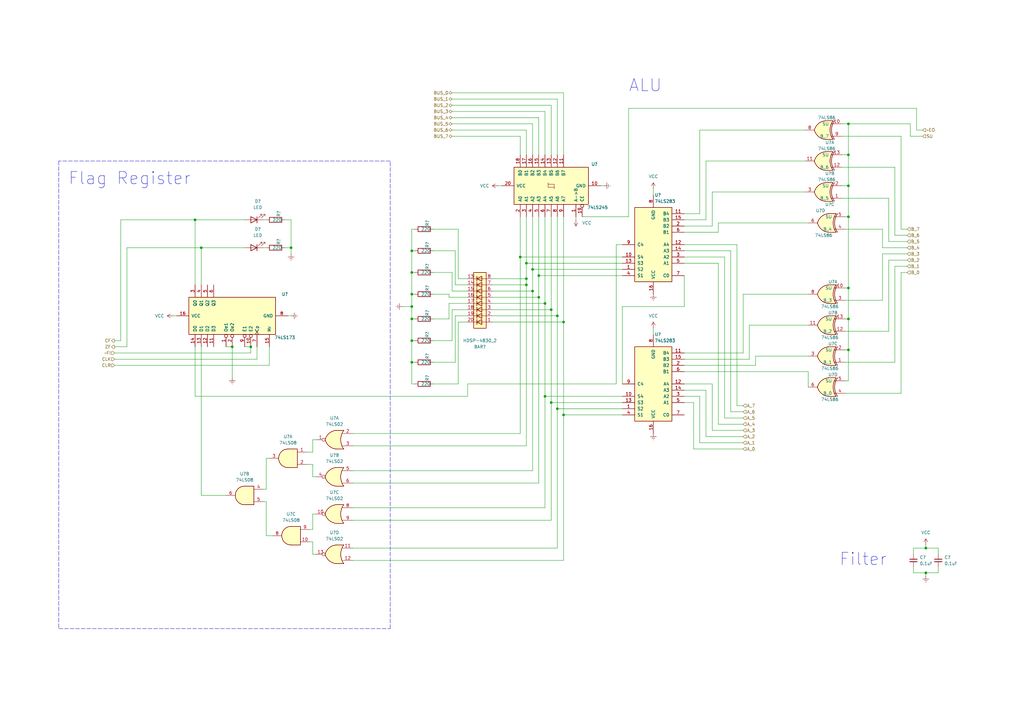
<source format=kicad_sch>
(kicad_sch (version 20211123) (generator eeschema)
  (paper "A3")
  (lib_symbols
    (symbol "74LS86_1" (pin_names (offset 1.016))
      (property "Reference" "U?" (at -2.54 -5.08 0))
      (property "Value" "74LS86" (at -1.27 5.08 0))
      (symbol "74LS86_1_1_0"
        (pin input line (at -7.62 2.54 0) (length 4.445) (name "SU") (number "10"))
        (pin output line (at 7.62 0 180) (length 3.81) (name "~") (number "8"))
        (pin input line (at -7.62 -2.54 0) (length 4.445) (name "B_7") (number "9"))
      )
      (symbol "74LS86_1_2_0"
        (pin input line (at -7.62 2.54 0) (length 4.445) (name "~") (number "4"))
        (pin input line (at -7.62 -2.54 0) (length 4.445) (name "~") (number "5"))
        (pin output line (at 7.62 0 180) (length 3.81) (name "~") (number "6"))
      )
      (symbol "74LS86_1_3_0"
        (pin input line (at -7.62 -2.54 0) (length 4.445) (name "~") (number "10"))
        (pin output line (at 7.62 0 180) (length 3.81) (name "~") (number "8"))
        (pin input line (at -7.62 2.54 0) (length 4.445) (name "~") (number "9"))
      )
      (symbol "74LS86_1_4_0"
        (pin output line (at 7.62 0 180) (length 3.81) (name "~") (number "11"))
        (pin input line (at -7.62 2.54 0) (length 4.445) (name "~") (number "12"))
        (pin input line (at -7.62 -2.54 0) (length 4.445) (name "~") (number "13"))
      )
      (symbol "74LS86_1_5_0"
        (pin power_in line (at 0 12.7 270) (length 5.08) (name "VCC") (number "14"))
        (pin power_in line (at 0 -12.7 90) (length 5.08) (name "GND") (number "7"))
      )
    )
    (symbol "74LS86_2" (pin_names (offset 1.016))
      (property "Reference" "U?" (at -2.54 -5.08 0))
      (property "Value" "74LS86" (at -1.27 5.08 0))
      (symbol "74LS86_2_1_0"
        (pin input line (at -7.62 2.54 0) (length 4.445) (name "~") (number "1"))
        (pin input line (at -7.62 -2.54 0) (length 4.445) (name "~") (number "2"))
        (pin output line (at 7.62 0 180) (length 3.81) (name "~") (number "3"))
      )
      (symbol "74LS86_2_2_0"
        (pin output line (at 7.62 0 180) (length 3.81) (name "~") (number "11"))
        (pin input line (at -7.62 -2.54 0) (length 4.445) (name "B_6") (number "12"))
        (pin input line (at -7.62 2.54 0) (length 4.445) (name "SU") (number "13"))
      )
      (symbol "74LS86_2_3_0"
        (pin input line (at -7.62 -2.54 0) (length 4.445) (name "~") (number "10"))
        (pin output line (at 7.62 0 180) (length 3.81) (name "~") (number "8"))
        (pin input line (at -7.62 2.54 0) (length 4.445) (name "~") (number "9"))
      )
      (symbol "74LS86_2_4_0"
        (pin output line (at 7.62 0 180) (length 3.81) (name "~") (number "11"))
        (pin input line (at -7.62 2.54 0) (length 4.445) (name "~") (number "12"))
        (pin input line (at -7.62 -2.54 0) (length 4.445) (name "~") (number "13"))
      )
      (symbol "74LS86_2_5_0"
        (pin power_in line (at 0 12.7 270) (length 5.08) (name "VCC") (number "14"))
        (pin power_in line (at 0 -12.7 90) (length 5.08) (name "GND") (number "7"))
      )
    )
    (symbol "74LS86_3" (pin_names (offset 1.016))
      (property "Reference" "U?" (at -2.54 -5.08 0))
      (property "Value" "74LS86" (at -1.27 5.08 0))
      (symbol "74LS86_3_1_0"
        (pin input line (at -7.62 2.54 0) (length 4.445) (name "~") (number "1"))
        (pin input line (at -7.62 -2.54 0) (length 4.445) (name "~") (number "2"))
        (pin output line (at 7.62 0 180) (length 3.81) (name "~") (number "3"))
      )
      (symbol "74LS86_3_2_0"
        (pin input line (at -7.62 2.54 0) (length 4.445) (name "~") (number "4"))
        (pin input line (at -7.62 -2.54 0) (length 4.445) (name "~") (number "5"))
        (pin output line (at 7.62 0 180) (length 3.81) (name "~") (number "6"))
      )
      (symbol "74LS86_3_3_0"
        (pin input line (at -7.62 -2.54 0) (length 4.445) (name "B_5") (number "1"))
        (pin input line (at -7.62 2.54 0) (length 4.445) (name "SU") (number "2"))
        (pin output line (at 7.62 0 180) (length 3.81) (name "~") (number "3"))
      )
      (symbol "74LS86_3_4_0"
        (pin output line (at 7.62 0 180) (length 3.81) (name "~") (number "11"))
        (pin input line (at -7.62 2.54 0) (length 4.445) (name "~") (number "12"))
        (pin input line (at -7.62 -2.54 0) (length 4.445) (name "~") (number "13"))
      )
      (symbol "74LS86_3_5_0"
        (pin power_in line (at 0 12.7 270) (length 5.08) (name "VCC") (number "14"))
        (pin power_in line (at 0 -12.7 90) (length 5.08) (name "GND") (number "7"))
      )
    )
    (symbol "74LS86_4" (pin_names (offset 1.016))
      (property "Reference" "U?" (at 2.54 5.08 0))
      (property "Value" "74LS86" (at 1.27 -5.08 0))
      (symbol "74LS86_4_1_0"
        (pin input line (at -7.62 2.54 0) (length 4.445) (name "~") (number "1"))
        (pin input line (at -7.62 -2.54 0) (length 4.445) (name "~") (number "2"))
        (pin output line (at 7.62 0 180) (length 3.81) (name "~") (number "3"))
      )
      (symbol "74LS86_4_2_0"
        (pin input line (at -7.62 2.54 0) (length 4.445) (name "~") (number "4"))
        (pin input line (at -7.62 -2.54 0) (length 4.445) (name "~") (number "5"))
        (pin output line (at 7.62 0 180) (length 3.81) (name "~") (number "6"))
      )
      (symbol "74LS86_4_3_0"
        (pin input line (at -7.62 -2.54 0) (length 4.445) (name "~") (number "10"))
        (pin output line (at 7.62 0 180) (length 3.81) (name "~") (number "8"))
        (pin input line (at -7.62 2.54 0) (length 4.445) (name "~") (number "9"))
      )
      (symbol "74LS86_4_4_0"
        (pin input line (at -7.62 -2.54 0) (length 4.445) (name "B_4") (number "4"))
        (pin input line (at -7.62 2.54 0) (length 4.445) (name "SU") (number "5"))
        (pin output line (at 7.62 0 180) (length 3.81) (name "~") (number "6"))
      )
      (symbol "74LS86_4_5_0"
        (pin power_in line (at 0 12.7 270) (length 5.08) (name "VCC") (number "14"))
        (pin power_in line (at 0 -12.7 90) (length 5.08) (name "GND") (number "7"))
      )
    )
    (symbol "74LS86_5" (pin_names (offset 1.016))
      (property "Reference" "U?" (at -2.54 5.08 0))
      (property "Value" "74LS86" (at -1.27 -5.08 0))
      (symbol "74LS86_5_1_0"
        (pin input line (at -7.62 2.54 0) (length 4.445) (name "SU") (number "10"))
        (pin input line (at -7.62 -2.54 0) (length 4.445) (name "B_3") (number "3"))
        (pin output line (at 7.62 0 180) (length 3.81) (name "~") (number "8"))
      )
      (symbol "74LS86_5_2_0"
        (pin input line (at -7.62 2.54 0) (length 4.445) (name "~") (number "4"))
        (pin input line (at -7.62 -2.54 0) (length 4.445) (name "~") (number "5"))
        (pin output line (at 7.62 0 180) (length 3.81) (name "~") (number "6"))
      )
      (symbol "74LS86_5_3_0"
        (pin input line (at -7.62 -2.54 0) (length 4.445) (name "~") (number "10"))
        (pin output line (at 7.62 0 180) (length 3.81) (name "~") (number "8"))
        (pin input line (at -7.62 2.54 0) (length 4.445) (name "~") (number "9"))
      )
      (symbol "74LS86_5_4_0"
        (pin output line (at 7.62 0 180) (length 3.81) (name "~") (number "11"))
        (pin input line (at -7.62 2.54 0) (length 4.445) (name "~") (number "12"))
        (pin input line (at -7.62 -2.54 0) (length 4.445) (name "~") (number "13"))
      )
      (symbol "74LS86_5_5_0"
        (pin power_in line (at 0 12.7 270) (length 5.08) (name "VCC") (number "14"))
        (pin power_in line (at 0 -12.7 90) (length 5.08) (name "GND") (number "7"))
      )
    )
    (symbol "74LS86_6" (pin_names (offset 1.016))
      (property "Reference" "U?" (at -2.54 5.08 0))
      (property "Value" "74LS86" (at -1.27 -5.08 0))
      (symbol "74LS86_6_1_0"
        (pin input line (at -7.62 2.54 0) (length 4.445) (name "~") (number "1"))
        (pin input line (at -7.62 -2.54 0) (length 4.445) (name "~") (number "2"))
        (pin output line (at 7.62 0 180) (length 3.81) (name "~") (number "3"))
      )
      (symbol "74LS86_6_2_0"
        (pin output line (at 7.62 0 180) (length 3.81) (name "~") (number "11"))
        (pin input line (at -7.62 -2.54 0) (length 4.445) (name "B_2") (number "12"))
        (pin input line (at -7.62 2.54 0) (length 4.445) (name "SU") (number "13"))
      )
      (symbol "74LS86_6_3_0"
        (pin input line (at -7.62 -2.54 0) (length 4.445) (name "~") (number "10"))
        (pin output line (at 7.62 0 180) (length 3.81) (name "~") (number "8"))
        (pin input line (at -7.62 2.54 0) (length 4.445) (name "~") (number "9"))
      )
      (symbol "74LS86_6_4_0"
        (pin output line (at 7.62 0 180) (length 3.81) (name "~") (number "11"))
        (pin input line (at -7.62 2.54 0) (length 4.445) (name "~") (number "12"))
        (pin input line (at -7.62 -2.54 0) (length 4.445) (name "~") (number "13"))
      )
      (symbol "74LS86_6_5_0"
        (pin power_in line (at 0 12.7 270) (length 5.08) (name "VCC") (number "14"))
        (pin power_in line (at 0 -12.7 90) (length 5.08) (name "GND") (number "7"))
      )
    )
    (symbol "74LS86_7" (pin_names (offset 1.016))
      (property "Reference" "U?" (at -2.54 5.08 0))
      (property "Value" "74LS86" (at -1.27 -5.08 0))
      (symbol "74LS86_7_1_0"
        (pin input line (at -7.62 2.54 0) (length 4.445) (name "~") (number "1"))
        (pin input line (at -7.62 -2.54 0) (length 4.445) (name "~") (number "2"))
        (pin output line (at 7.62 0 180) (length 3.81) (name "~") (number "3"))
      )
      (symbol "74LS86_7_2_0"
        (pin input line (at -7.62 2.54 0) (length 4.445) (name "~") (number "4"))
        (pin input line (at -7.62 -2.54 0) (length 4.445) (name "~") (number "5"))
        (pin output line (at 7.62 0 180) (length 3.81) (name "~") (number "6"))
      )
      (symbol "74LS86_7_3_0"
        (pin input line (at -7.62 -2.54 0) (length 4.445) (name "B_1") (number "1"))
        (pin input line (at -7.62 2.54 0) (length 4.445) (name "SU") (number "2"))
        (pin output line (at 7.62 0 180) (length 3.81) (name "~") (number "3"))
      )
      (symbol "74LS86_7_4_0"
        (pin output line (at 7.62 0 180) (length 3.81) (name "~") (number "11"))
        (pin input line (at -7.62 2.54 0) (length 4.445) (name "~") (number "12"))
        (pin input line (at -7.62 -2.54 0) (length 4.445) (name "~") (number "13"))
      )
      (symbol "74LS86_7_5_0"
        (pin power_in line (at 0 12.7 270) (length 5.08) (name "VCC") (number "14"))
        (pin power_in line (at 0 -12.7 90) (length 5.08) (name "GND") (number "7"))
      )
    )
    (symbol "74LS86_8" (pin_names (offset 1.016))
      (property "Reference" "U?" (at -2.54 5.08 0))
      (property "Value" "74LS86" (at -1.27 -5.08 0))
      (symbol "74LS86_8_1_0"
        (pin input line (at -7.62 2.54 0) (length 4.445) (name "~") (number "1"))
        (pin input line (at -7.62 -2.54 0) (length 4.445) (name "~") (number "2"))
        (pin output line (at 7.62 0 180) (length 3.81) (name "~") (number "3"))
      )
      (symbol "74LS86_8_2_0"
        (pin input line (at -7.62 2.54 0) (length 4.445) (name "~") (number "4"))
        (pin input line (at -7.62 -2.54 0) (length 4.445) (name "~") (number "5"))
        (pin output line (at 7.62 0 180) (length 3.81) (name "~") (number "6"))
      )
      (symbol "74LS86_8_3_0"
        (pin input line (at -7.62 -2.54 0) (length 4.445) (name "~") (number "10"))
        (pin output line (at 7.62 0 180) (length 3.81) (name "~") (number "8"))
        (pin input line (at -7.62 2.54 0) (length 4.445) (name "~") (number "9"))
      )
      (symbol "74LS86_8_4_0"
        (pin input line (at -7.62 -2.54 0) (length 4.445) (name "B_0") (number "4"))
        (pin input line (at -7.62 2.54 0) (length 4.445) (name "SU") (number "5"))
        (pin output line (at 7.62 0 180) (length 3.81) (name "~") (number "6"))
      )
      (symbol "74LS86_8_5_0"
        (pin power_in line (at 0 12.7 270) (length 5.08) (name "VCC") (number "14"))
        (pin power_in line (at 0 -12.7 90) (length 5.08) (name "GND") (number "7"))
      )
    )
    (symbol "74xx:74LS02" (pin_names (offset 1.016))
      (property "Reference" "U" (at 0 1.27 0))
      (property "Value" "74LS02" (at 0 -1.27 0))
      (symbol "74LS02_1_1"
        (pin output inverted (at 7.62 0 180) (length 3.81) (name "~") (number "1"))
        (pin input line (at -7.62 2.54 0) (length 4.318) (name "~") (number "2"))
        (pin input line (at -7.62 -2.54 0) (length 4.318) (name "~") (number "3"))
      )
      (symbol "74LS02_1_2"
        (pin output line (at 7.62 0 180) (length 3.81) (name "~") (number "1"))
        (pin input inverted (at -7.62 2.54 0) (length 3.81) (name "~") (number "2"))
        (pin input inverted (at -7.62 -2.54 0) (length 3.81) (name "~") (number "3"))
      )
      (symbol "74LS02_2_1"
        (pin output inverted (at 7.62 0 180) (length 3.81) (name "~") (number "4"))
        (pin input line (at -7.62 2.54 0) (length 4.318) (name "~") (number "5"))
        (pin input line (at -7.62 -2.54 0) (length 4.318) (name "~") (number "6"))
      )
      (symbol "74LS02_2_2"
        (pin output line (at 7.62 0 180) (length 3.81) (name "~") (number "4"))
        (pin input inverted (at -7.62 2.54 0) (length 3.81) (name "~") (number "5"))
        (pin input inverted (at -7.62 -2.54 0) (length 3.81) (name "~") (number "6"))
      )
      (symbol "74LS02_3_1"
        (pin output inverted (at 7.62 0 180) (length 3.81) (name "~") (number "10"))
        (pin input line (at -7.62 2.54 0) (length 4.318) (name "~") (number "8"))
        (pin input line (at -7.62 -2.54 0) (length 4.318) (name "~") (number "9"))
      )
      (symbol "74LS02_3_2"
        (pin output line (at 7.62 0 180) (length 3.81) (name "~") (number "10"))
        (pin input inverted (at -7.62 2.54 0) (length 3.81) (name "~") (number "8"))
        (pin input inverted (at -7.62 -2.54 0) (length 3.81) (name "~") (number "9"))
      )
      (symbol "74LS02_4_1"
        (pin input line (at -7.62 2.54 0) (length 4.318) (name "~") (number "11"))
        (pin input line (at -7.62 -2.54 0) (length 4.318) (name "~") (number "12"))
        (pin output inverted (at 7.62 0 180) (length 3.81) (name "~") (number "13"))
      )
      (symbol "74LS02_4_2"
        (pin input inverted (at -7.62 2.54 0) (length 3.81) (name "~") (number "11"))
        (pin input inverted (at -7.62 -2.54 0) (length 3.81) (name "~") (number "12"))
        (pin output line (at 7.62 0 180) (length 3.81) (name "~") (number "13"))
      )
      (symbol "74LS02_5_0"
        (pin power_in line (at 0 12.7 270) (length 5.08) (name "VCC") (number "14"))
        (pin power_in line (at 0 -12.7 90) (length 5.08) (name "GND") (number "7"))
      )
    )
    (symbol "74xx:74LS08" (pin_names (offset 1.016))
      (property "Reference" "U" (at 0 1.27 0))
      (property "Value" "74LS08" (at 0 -1.27 0))
      (symbol "74LS08_1_1"
        (pin input line (at -7.62 2.54 0) (length 3.81) (name "~") (number "1"))
        (pin input line (at -7.62 -2.54 0) (length 3.81) (name "~") (number "2"))
        (pin output line (at 7.62 0 180) (length 3.81) (name "~") (number "3"))
      )
      (symbol "74LS08_1_2"
        (pin input inverted (at -7.62 2.54 0) (length 4.318) (name "~") (number "1"))
        (pin input inverted (at -7.62 -2.54 0) (length 4.318) (name "~") (number "2"))
        (pin output inverted (at 7.62 0 180) (length 3.81) (name "~") (number "3"))
      )
      (symbol "74LS08_2_1"
        (pin input line (at -7.62 2.54 0) (length 3.81) (name "~") (number "4"))
        (pin input line (at -7.62 -2.54 0) (length 3.81) (name "~") (number "5"))
        (pin output line (at 7.62 0 180) (length 3.81) (name "~") (number "6"))
      )
      (symbol "74LS08_2_2"
        (pin input inverted (at -7.62 2.54 0) (length 4.318) (name "~") (number "4"))
        (pin input inverted (at -7.62 -2.54 0) (length 4.318) (name "~") (number "5"))
        (pin output inverted (at 7.62 0 180) (length 3.81) (name "~") (number "6"))
      )
      (symbol "74LS08_3_1"
        (pin input line (at -7.62 -2.54 0) (length 3.81) (name "~") (number "10"))
        (pin output line (at 7.62 0 180) (length 3.81) (name "~") (number "8"))
        (pin input line (at -7.62 2.54 0) (length 3.81) (name "~") (number "9"))
      )
      (symbol "74LS08_3_2"
        (pin input inverted (at -7.62 -2.54 0) (length 4.318) (name "~") (number "10"))
        (pin output inverted (at 7.62 0 180) (length 3.81) (name "~") (number "8"))
        (pin input inverted (at -7.62 2.54 0) (length 4.318) (name "~") (number "9"))
      )
      (symbol "74LS08_4_1"
        (pin output line (at 7.62 0 180) (length 3.81) (name "~") (number "11"))
        (pin input line (at -7.62 2.54 0) (length 3.81) (name "~") (number "12"))
        (pin input line (at -7.62 -2.54 0) (length 3.81) (name "~") (number "13"))
      )
      (symbol "74LS08_4_2"
        (pin output inverted (at 7.62 0 180) (length 3.81) (name "~") (number "11"))
        (pin input inverted (at -7.62 2.54 0) (length 4.318) (name "~") (number "12"))
        (pin input inverted (at -7.62 -2.54 0) (length 4.318) (name "~") (number "13"))
      )
      (symbol "74LS08_5_0"
        (pin power_in line (at 0 12.7 270) (length 5.08) (name "VCC") (number "14"))
        (pin power_in line (at 0 -12.7 90) (length 5.08) (name "GND") (number "7"))
      )
    )
    (symbol "74xx:74LS173" (pin_names (offset 1.016))
      (property "Reference" "U" (at -7.62 19.05 0))
      (property "Value" "74LS173" (at -7.62 -19.05 0))
      (symbol "74LS173_1_0"
        (pin input inverted (at -12.7 2.54 0) (length 5.08) (name "Oe1") (number "1"))
        (pin input inverted (at -12.7 -7.62 0) (length 5.08) (name "E2") (number "10"))
        (pin input line (at -12.7 7.62 0) (length 5.08) (name "D3") (number "11"))
        (pin input line (at -12.7 10.16 0) (length 5.08) (name "D2") (number "12"))
        (pin input line (at -12.7 12.7 0) (length 5.08) (name "D1") (number "13"))
        (pin input line (at -12.7 15.24 0) (length 5.08) (name "D0") (number "14"))
        (pin input line (at -12.7 -15.24 0) (length 5.08) (name "Mr") (number "15"))
        (pin power_in line (at 0 22.86 270) (length 5.08) (name "VCC") (number "16"))
        (pin input inverted (at -12.7 0 0) (length 5.08) (name "Oe2") (number "2"))
        (pin tri_state line (at 12.7 15.24 180) (length 5.08) (name "Q0") (number "3"))
        (pin tri_state line (at 12.7 12.7 180) (length 5.08) (name "Q1") (number "4"))
        (pin tri_state line (at 12.7 10.16 180) (length 5.08) (name "Q2") (number "5"))
        (pin tri_state line (at 12.7 7.62 180) (length 5.08) (name "Q3") (number "6"))
        (pin input clock (at -12.7 -10.16 0) (length 5.08) (name "Cp") (number "7"))
        (pin power_in line (at 0 -22.86 90) (length 5.08) (name "GND") (number "8"))
        (pin input inverted (at -12.7 -5.08 0) (length 5.08) (name "E1") (number "9"))
      )
    )
    (symbol "74xx:74LS245" (pin_names (offset 1.016))
      (property "Reference" "U" (at -7.62 16.51 0))
      (property "Value" "74LS245" (at -7.62 -16.51 0))
      (symbol "74LS245_1_0"
        (pin input line (at -12.7 -10.16 0) (length 5.08) (name "A->B") (number "1"))
        (pin power_in line (at 0 -20.32 90) (length 5.08) (name "GND") (number "10"))
        (pin tri_state line (at 12.7 -5.08 180) (length 5.08) (name "B7") (number "11"))
        (pin tri_state line (at 12.7 -2.54 180) (length 5.08) (name "B6") (number "12"))
        (pin tri_state line (at 12.7 0 180) (length 5.08) (name "B5") (number "13"))
        (pin tri_state line (at 12.7 2.54 180) (length 5.08) (name "B4") (number "14"))
        (pin tri_state line (at 12.7 5.08 180) (length 5.08) (name "B3") (number "15"))
        (pin tri_state line (at 12.7 7.62 180) (length 5.08) (name "B2") (number "16"))
        (pin tri_state line (at 12.7 10.16 180) (length 5.08) (name "B1") (number "17"))
        (pin tri_state line (at 12.7 12.7 180) (length 5.08) (name "B0") (number "18"))
        (pin input inverted (at -12.7 -12.7 0) (length 5.08) (name "CE") (number "19"))
        (pin tri_state line (at -12.7 12.7 0) (length 5.08) (name "A0") (number "2"))
        (pin power_in line (at 0 20.32 270) (length 5.08) (name "VCC") (number "20"))
        (pin tri_state line (at -12.7 10.16 0) (length 5.08) (name "A1") (number "3"))
        (pin tri_state line (at -12.7 7.62 0) (length 5.08) (name "A2") (number "4"))
        (pin tri_state line (at -12.7 5.08 0) (length 5.08) (name "A3") (number "5"))
        (pin tri_state line (at -12.7 2.54 0) (length 5.08) (name "A4") (number "6"))
        (pin tri_state line (at -12.7 0 0) (length 5.08) (name "A5") (number "7"))
        (pin tri_state line (at -12.7 -2.54 0) (length 5.08) (name "A6") (number "8"))
        (pin tri_state line (at -12.7 -5.08 0) (length 5.08) (name "A7") (number "9"))
      )
    )
    (symbol "74xx:74LS283" (pin_names (offset 1.016))
      (property "Reference" "U" (at -7.62 16.51 0))
      (property "Value" "74LS283" (at -7.62 -16.51 0))
      (symbol "74LS283_1_0"
        (pin output line (at 12.7 10.16 180) (length 5.08) (name "S2") (number "1"))
        (pin output line (at 12.7 5.08 180) (length 5.08) (name "S4") (number "10"))
        (pin input line (at -12.7 -12.7 0) (length 5.08) (name "B4") (number "11"))
        (pin input line (at -12.7 0 0) (length 5.08) (name "A4") (number "12"))
        (pin output line (at 12.7 7.62 180) (length 5.08) (name "S3") (number "13"))
        (pin input line (at -12.7 2.54 0) (length 5.08) (name "A3") (number "14"))
        (pin input line (at -12.7 -10.16 0) (length 5.08) (name "B3") (number "15"))
        (pin power_in line (at 0 20.32 270) (length 5.08) (name "VCC") (number "16"))
        (pin input line (at -12.7 -7.62 0) (length 5.08) (name "B2") (number "2"))
        (pin input line (at -12.7 5.08 0) (length 5.08) (name "A2") (number "3"))
        (pin output line (at 12.7 12.7 180) (length 5.08) (name "S1") (number "4"))
        (pin input line (at -12.7 7.62 0) (length 5.08) (name "A1") (number "5"))
        (pin input line (at -12.7 -5.08 0) (length 5.08) (name "B1") (number "6"))
        (pin input line (at -12.7 12.7 0) (length 5.08) (name "C0") (number "7"))
        (pin power_in line (at 0 -20.32 90) (length 5.08) (name "GND") (number "8"))
        (pin output line (at 12.7 0 180) (length 5.08) (name "C4") (number "9"))
      )
    )
    (symbol "Device:C_Small" (pin_numbers hide) (pin_names (offset 0.254) hide)
      (property "Reference" "C" (at 0.254 1.778 0))
      (property "Value" "C_Small" (at 0.254 -2.032 0))
      (symbol "C_Small_1_1"
        (pin passive line (at 0 2.54 270) (length 2.032) (name "~") (number "1"))
        (pin passive line (at 0 -2.54 90) (length 2.032) (name "~") (number "2"))
      )
    )
    (symbol "Device:LED" (pin_numbers hide) (pin_names (offset 1.016) hide)
      (property "Reference" "D" (at 0 2.54 0))
      (property "Value" "LED" (at 0 -2.54 0))
      (symbol "LED_1_1"
        (pin passive line (at -3.81 0 0) (length 2.54) (name "K") (number "1"))
        (pin passive line (at 3.81 0 180) (length 2.54) (name "A") (number "2"))
      )
    )
    (symbol "Device:R" (pin_numbers hide) (pin_names (offset 0))
      (property "Reference" "R" (at 2.032 0 90))
      (property "Value" "R" (at 0 0 90))
      (symbol "R_1_1"
        (pin passive line (at 0 3.81 270) (length 1.27) (name "~") (number "1"))
        (pin passive line (at 0 -3.81 90) (length 1.27) (name "~") (number "2"))
      )
    )
    (symbol "Earth_1" (power) (pin_names (offset 0))
      (symbol "Earth_1_1_1"
        (pin power_in line (at 0 0 270) (length 0) hide (name "Earth") (number "1"))
      )
    )
    (symbol "LED:HDSP-4830_2" (pin_names (offset 1.016) hide)
      (property "Reference" "BAR?" (at 0 20.32 0))
      (property "Value" "HDSP-4830_2" (at 0 17.78 0))
      (symbol "HDSP-4830_2_1_1"
        (pin passive line (at -5.08 10.16 0) (length 2.54) (name "A") (number "1"))
        (pin passive line (at 5.08 -7.62 180) (length 2.54) (name "K") (number "13"))
        (pin passive line (at 5.08 -5.08 180) (length 2.54) (name "K") (number "14"))
        (pin passive line (at 5.08 -2.54 180) (length 2.54) (name "K") (number "15"))
        (pin passive line (at 5.08 0 180) (length 2.54) (name "K") (number "16"))
        (pin passive line (at 5.08 2.54 180) (length 2.54) (name "K") (number "17"))
        (pin passive line (at 5.08 5.08 180) (length 2.54) (name "K") (number "18"))
        (pin passive line (at 5.08 7.62 180) (length 2.54) (name "K") (number "19"))
        (pin passive line (at -5.08 7.62 0) (length 2.54) (name "A") (number "2"))
        (pin passive line (at 5.08 10.16 180) (length 2.54) (name "K") (number "20"))
        (pin passive line (at -5.08 5.08 0) (length 2.54) (name "A") (number "3"))
        (pin passive line (at -5.08 2.54 0) (length 2.54) (name "A") (number "4"))
        (pin passive line (at -5.08 0 0) (length 2.54) (name "A") (number "5"))
        (pin passive line (at -5.08 -2.54 0) (length 2.54) (name "A") (number "6"))
        (pin passive line (at -5.08 -5.08 0) (length 2.54) (name "A") (number "7"))
        (pin passive line (at -5.08 -7.62 0) (length 2.54) (name "A") (number "8"))
      )
    )
    (symbol "power:Earth" (power) (pin_names (offset 0))
      (symbol "Earth_1_1"
        (pin power_in line (at 0 0 270) (length 0) hide (name "Earth") (number "1"))
      )
    )
    (symbol "power:VCC" (power) (pin_names (offset 0))
      (property "Value" "VCC" (at 0 3.81 0))
      (symbol "VCC_1_1"
        (pin power_in line (at 0 0 90) (length 0) hide (name "VCC") (number "1"))
      )
    )
  )
  (junction (at 223.52 162.56))
  (junction (at 95.25 142.24))
  (junction (at 80.01 90.17))
  (junction (at 220.98 113.03))
  (junction (at 82.55 101.6))
  (junction (at 218.44 119.38))
  (junction (at 379.73 224.79))
  (junction (at 226.06 165.1))
  (junction (at 215.9 116.84))
  (junction (at 168.91 130.81))
  (junction (at 168.91 120.65))
  (junction (at 223.52 124.46))
  (junction (at 218.44 110.49))
  (junction (at 228.6 167.64))
  (junction (at 347.98 118.11))
  (junction (at 231.14 170.18))
  (junction (at 102.87 142.24))
  (junction (at 168.91 125.73))
  (junction (at 379.73 234.95))
  (junction (at 119.38 101.6))
  (junction (at 347.98 76.2))
  (junction (at 168.91 102.87))
  (junction (at 347.98 88.9))
  (junction (at 168.91 148.59))
  (junction (at 215.9 107.95))
  (junction (at 168.91 111.76))
  (junction (at 347.98 50.8))
  (junction (at 347.98 143.51))
  (junction (at 215.9 114.3))
  (junction (at 347.98 130.81))
  (junction (at 220.98 121.92))
  (junction (at 228.6 129.54))
  (junction (at 168.91 139.7))
  (junction (at 226.06 127))
  (junction (at 213.36 105.41))
  (junction (at 347.98 63.5))
  (junction (at 231.14 132.08))
  (wire (pts (xy 384.81 224.79) (xy 379.73 224.79)))
  (wire (pts (xy 168.91 139.7) (xy 170.18 139.7)))
  (wire (pts (xy 95.25 142.24) (xy 95.25 154.94)))
  (wire (pts (xy 289.56 90.17) (xy 280.67 90.17)))
  (wire (pts (xy 364.49 99.06) (xy 372.11 99.06)))
  (wire (pts (xy 144.78 177.8) (xy 213.36 177.8)))
  (wire (pts (xy 345.44 63.5) (xy 347.98 63.5)))
  (wire (pts (xy 292.1 176.53) (xy 304.8 176.53)))
  (wire (pts (xy 255.27 105.41) (xy 213.36 105.41)))
  (wire (pts (xy 170.18 157.48) (xy 168.91 157.48)))
  (wire (pts (xy 201.93 114.3) (xy 215.9 114.3)))
  (wire (pts (xy 347.98 118.11) (xy 347.98 130.81)))
  (wire (pts (xy 116.84 90.17) (xy 119.38 90.17)))
  (wire (pts (xy 297.18 171.45) (xy 297.18 105.41)))
  (wire (pts (xy 71.12 129.54) (xy 72.39 129.54)))
  (wire (pts (xy 223.52 162.56) (xy 223.52 208.28)))
  (wire (pts (xy 186.69 129.54) (xy 191.77 129.54)))
  (wire (pts (xy 168.91 130.81) (xy 168.91 125.73)))
  (wire (pts (xy 128.27 222.25) (xy 128.27 227.33)))
  (wire (pts (xy 223.52 88.9) (xy 223.52 124.46)))
  (wire (pts (xy 369.57 111.76) (xy 372.11 111.76)))
  (wire (pts (xy 236.22 88.9) (xy 236.22 90.17)))
  (wire (pts (xy 330.2 53.34) (xy 287.02 53.34)))
  (wire (pts (xy 168.91 102.87) (xy 170.18 102.87)))
  (wire (pts (xy 82.55 101.6) (xy 100.33 101.6)))
  (wire (pts (xy 220.98 121.92) (xy 220.98 198.12)))
  (wire (pts (xy 369.57 161.29) (xy 369.57 111.76)))
  (wire (pts (xy 292.1 78.74) (xy 292.1 92.71)))
  (wire (pts (xy 213.36 88.9) (xy 213.36 105.41)))
  (wire (pts (xy 218.44 50.8) (xy 185.42 50.8)))
  (wire (pts (xy 111.76 219.71) (xy 109.22 219.71)))
  (wire (pts (xy 168.91 111.76) (xy 170.18 111.76)))
  (wire (pts (xy 215.9 88.9) (xy 215.9 107.95)))
  (wire (pts (xy 309.88 149.86) (xy 280.67 149.86)))
  (wire (pts (xy 246.38 76.2) (xy 247.65 76.2)))
  (wire (pts (xy 107.95 90.17) (xy 109.22 90.17)))
  (wire (pts (xy 252.73 157.48) (xy 191.77 157.48)))
  (wire (pts (xy 228.6 167.64) (xy 255.27 167.64)))
  (wire (pts (xy 292.1 176.53) (xy 292.1 157.48)))
  (wire (pts (xy 231.14 63.5) (xy 231.14 38.1)))
  (wire (pts (xy 287.02 181.61) (xy 304.8 181.61)))
  (wire (pts (xy 302.26 166.37) (xy 304.8 166.37)))
  (wire (pts (xy 215.9 107.95) (xy 215.9 114.3)))
  (wire (pts (xy 168.91 111.76) (xy 168.91 102.87)))
  (wire (pts (xy 191.77 121.92) (xy 184.15 121.92)))
  (wire (pts (xy 292.1 92.71) (xy 280.67 92.71)))
  (wire (pts (xy 215.9 107.95) (xy 255.27 107.95)))
  (wire (pts (xy 191.77 116.84) (xy 186.69 116.84)))
  (wire (pts (xy 294.64 173.99) (xy 294.64 107.95)))
  (wire (pts (xy 373.38 55.88) (xy 378.46 55.88)))
  (wire (pts (xy 267.97 77.47) (xy 267.97 80.01)))
  (wire (pts (xy 345.44 81.28) (xy 364.49 81.28)))
  (wire (pts (xy 228.6 167.64) (xy 228.6 129.54)))
  (wire (pts (xy 346.71 123.19) (xy 361.95 123.19)))
  (wire (pts (xy 191.77 119.38) (xy 185.42 119.38)))
  (wire (pts (xy 231.14 132.08) (xy 231.14 170.18)))
  (wire (pts (xy 226.06 43.18) (xy 185.42 43.18)))
  (wire (pts (xy 347.98 50.8) (xy 373.38 50.8)))
  (wire (pts (xy 213.36 55.88) (xy 185.42 55.88)))
  (wire (pts (xy 201.93 132.08) (xy 231.14 132.08)))
  (wire (pts (xy 201.93 129.54) (xy 228.6 129.54)))
  (wire (pts (xy 218.44 88.9) (xy 218.44 110.49)))
  (wire (pts (xy 361.95 93.98) (xy 361.95 101.6)))
  (wire (pts (xy 223.52 45.72) (xy 185.42 45.72)))
  (wire (pts (xy 361.95 104.14) (xy 372.11 104.14)))
  (wire (pts (xy 49.53 139.7) (xy 49.53 90.17)))
  (wire (pts (xy 294.64 95.25) (xy 280.67 95.25)))
  (wire (pts (xy 257.81 44.45) (xy 375.92 44.45)))
  (wire (pts (xy 125.73 185.42) (xy 128.27 185.42)))
  (wire (pts (xy 331.47 152.4) (xy 280.67 152.4)))
  (wire (pts (xy 379.73 223.52) (xy 379.73 224.79)))
  (wire (pts (xy 80.01 162.56) (xy 191.77 162.56)))
  (wire (pts (xy 80.01 90.17) (xy 80.01 116.84)))
  (wire (pts (xy 204.47 76.2) (xy 205.74 76.2)))
  (wire (pts (xy 128.27 227.33) (xy 129.54 227.33)))
  (wire (pts (xy 331.47 91.44) (xy 294.64 91.44)))
  (wire (pts (xy 109.22 219.71) (xy 109.22 205.74)))
  (wire (pts (xy 223.52 63.5) (xy 223.52 45.72)))
  (wire (pts (xy 287.02 87.63) (xy 280.67 87.63)))
  (wire (pts (xy 168.91 148.59) (xy 170.18 148.59)))
  (wire (pts (xy 367.03 109.22) (xy 372.11 109.22)))
  (wire (pts (xy 128.27 185.42) (xy 128.27 180.34)))
  (wire (pts (xy 82.55 203.2) (xy 92.71 203.2)))
  (wire (pts (xy 107.95 200.66) (xy 109.22 200.66)))
  (wire (pts (xy 375.92 53.34) (xy 378.46 53.34)))
  (wire (pts (xy 364.49 106.68) (xy 372.11 106.68)))
  (wire (pts (xy 347.98 76.2) (xy 347.98 88.9)))
  (wire (pts (xy 144.78 229.87) (xy 231.14 229.87)))
  (wire (pts (xy 302.26 100.33) (xy 280.67 100.33)))
  (wire (pts (xy 228.6 63.5) (xy 228.6 40.64)))
  (wire (pts (xy 346.71 156.21) (xy 347.98 156.21)))
  (wire (pts (xy 384.81 227.33) (xy 384.81 224.79)))
  (wire (pts (xy 346.71 143.51) (xy 347.98 143.51)))
  (wire (pts (xy 177.8 139.7) (xy 185.42 139.7)))
  (wire (pts (xy 289.56 66.04) (xy 289.56 90.17)))
  (wire (pts (xy 116.84 101.6) (xy 119.38 101.6)))
  (wire (pts (xy 379.73 234.95) (xy 379.73 236.22)))
  (wire (pts (xy 374.65 234.95) (xy 379.73 234.95)))
  (wire (pts (xy 255.27 170.18) (xy 231.14 170.18)))
  (wire (pts (xy 231.14 88.9) (xy 231.14 132.08)))
  (wire (pts (xy 294.64 91.44) (xy 294.64 95.25)))
  (wire (pts (xy 331.47 120.65) (xy 304.8 120.65)))
  (wire (pts (xy 187.96 114.3) (xy 187.96 93.98)))
  (wire (pts (xy 294.64 173.99) (xy 304.8 173.99)))
  (wire (pts (xy 304.8 120.65) (xy 304.8 144.78)))
  (wire (pts (xy 226.06 63.5) (xy 226.06 43.18)))
  (wire (pts (xy 49.53 90.17) (xy 80.01 90.17)))
  (wire (pts (xy 346.71 130.81) (xy 347.98 130.81)))
  (wire (pts (xy 168.91 125.73) (xy 165.1 125.73)))
  (wire (pts (xy 347.98 88.9) (xy 347.98 118.11)))
  (wire (pts (xy 184.15 124.46) (xy 184.15 130.81)))
  (wire (pts (xy 185.42 139.7) (xy 185.42 127)))
  (polyline (pts (xy 160.02 257.81) (xy 160.02 66.04)))
  (wire (pts (xy 289.56 179.07) (xy 304.8 179.07)))
  (wire (pts (xy 379.73 224.79) (xy 374.65 224.79)))
  (wire (pts (xy 257.81 88.9) (xy 257.81 44.45)))
  (wire (pts (xy 107.95 101.6) (xy 109.22 101.6)))
  (wire (pts (xy 184.15 121.92) (xy 184.15 120.65)))
  (wire (pts (xy 128.27 195.58) (xy 129.54 195.58)))
  (wire (pts (xy 82.55 142.24) (xy 82.55 203.2)))
  (polyline (pts (xy 160.02 66.04) (xy 24.13 66.04)))
  (wire (pts (xy 184.15 120.65) (xy 177.8 120.65)))
  (wire (pts (xy 255.27 110.49) (xy 218.44 110.49)))
  (wire (pts (xy 187.96 132.08) (xy 191.77 132.08)))
  (wire (pts (xy 364.49 81.28) (xy 364.49 99.06)))
  (wire (pts (xy 347.98 50.8) (xy 345.44 50.8)))
  (wire (pts (xy 177.8 148.59) (xy 186.69 148.59)))
  (wire (pts (xy 292.1 157.48) (xy 280.67 157.48)))
  (wire (pts (xy 347.98 143.51) (xy 347.98 156.21)))
  (wire (pts (xy 280.67 125.73) (xy 255.27 125.73)))
  (wire (pts (xy 302.26 166.37) (xy 302.26 100.33)))
  (wire (pts (xy 220.98 48.26) (xy 185.42 48.26)))
  (wire (pts (xy 46.99 142.24) (xy 52.07 142.24)))
  (wire (pts (xy 226.06 213.36) (xy 226.06 165.1)))
  (wire (pts (xy 307.34 133.35) (xy 307.34 147.32)))
  (wire (pts (xy 287.02 53.34) (xy 287.02 87.63)))
  (wire (pts (xy 255.27 125.73) (xy 255.27 157.48)))
  (wire (pts (xy 347.98 63.5) (xy 347.98 76.2)))
  (wire (pts (xy 223.52 162.56) (xy 255.27 162.56)))
  (wire (pts (xy 215.9 53.34) (xy 185.42 53.34)))
  (wire (pts (xy 92.71 142.24) (xy 95.25 142.24)))
  (wire (pts (xy 346.71 118.11) (xy 347.98 118.11)))
  (wire (pts (xy 218.44 110.49) (xy 218.44 119.38)))
  (wire (pts (xy 144.78 198.12) (xy 220.98 198.12)))
  (wire (pts (xy 110.49 187.96) (xy 109.22 187.96)))
  (wire (pts (xy 346.71 148.59) (xy 367.03 148.59)))
  (wire (pts (xy 220.98 63.5) (xy 220.98 48.26)))
  (wire (pts (xy 226.06 165.1) (xy 226.06 127)))
  (wire (pts (xy 364.49 135.89) (xy 364.49 106.68)))
  (wire (pts (xy 287.02 162.56) (xy 280.67 162.56)))
  (wire (pts (xy 345.44 68.58) (xy 367.03 68.58)))
  (wire (pts (xy 379.73 234.95) (xy 384.81 234.95)))
  (wire (pts (xy 231.14 38.1) (xy 185.42 38.1)))
  (wire (pts (xy 331.47 152.4) (xy 331.47 158.75)))
  (wire (pts (xy 191.77 114.3) (xy 187.96 114.3)))
  (wire (pts (xy 187.96 93.98) (xy 177.8 93.98)))
  (wire (pts (xy 215.9 63.5) (xy 215.9 53.34)))
  (wire (pts (xy 100.33 142.24) (xy 102.87 142.24)))
  (wire (pts (xy 119.38 90.17) (xy 119.38 101.6)))
  (wire (pts (xy 284.48 184.15) (xy 304.8 184.15)))
  (wire (pts (xy 128.27 217.17) (xy 128.27 210.82)))
  (wire (pts (xy 287.02 181.61) (xy 287.02 162.56)))
  (wire (pts (xy 374.65 232.41) (xy 374.65 234.95)))
  (polyline (pts (xy 24.13 66.04) (xy 24.13 257.81)))
  (wire (pts (xy 218.44 119.38) (xy 218.44 193.04)))
  (wire (pts (xy 201.93 116.84) (xy 215.9 116.84)))
  (wire (pts (xy 284.48 165.1) (xy 280.67 165.1)))
  (wire (pts (xy 46.99 149.86) (xy 110.49 149.86)))
  (polyline (pts (xy 24.13 257.81) (xy 160.02 257.81)))
  (wire (pts (xy 201.93 119.38) (xy 218.44 119.38)))
  (wire (pts (xy 375.92 44.45) (xy 375.92 53.34)))
  (wire (pts (xy 331.47 146.05) (xy 309.88 146.05)))
  (wire (pts (xy 82.55 101.6) (xy 82.55 116.84)))
  (wire (pts (xy 191.77 157.48) (xy 191.77 162.56)))
  (wire (pts (xy 280.67 113.03) (xy 280.67 125.73)))
  (wire (pts (xy 215.9 116.84) (xy 215.9 182.88)))
  (wire (pts (xy 226.06 165.1) (xy 255.27 165.1)))
  (wire (pts (xy 46.99 147.32) (xy 105.41 147.32)))
  (wire (pts (xy 346.71 161.29) (xy 369.57 161.29)))
  (wire (pts (xy 191.77 124.46) (xy 184.15 124.46)))
  (wire (pts (xy 186.69 102.87) (xy 177.8 102.87)))
  (wire (pts (xy 347.98 130.81) (xy 347.98 143.51)))
  (wire (pts (xy 213.36 63.5) (xy 213.36 55.88)))
  (wire (pts (xy 80.01 162.56) (xy 80.01 142.24)))
  (wire (pts (xy 228.6 224.79) (xy 228.6 167.64)))
  (wire (pts (xy 369.57 55.88) (xy 369.57 93.98)))
  (wire (pts (xy 361.95 101.6) (xy 372.11 101.6)))
  (wire (pts (xy 284.48 184.15) (xy 284.48 165.1)))
  (wire (pts (xy 220.98 113.03) (xy 220.98 121.92)))
  (wire (pts (xy 330.2 66.04) (xy 289.56 66.04)))
  (wire (pts (xy 255.27 100.33) (xy 252.73 100.33)))
  (wire (pts (xy 215.9 114.3) (xy 215.9 116.84)))
  (wire (pts (xy 238.76 88.9) (xy 257.81 88.9)))
  (wire (pts (xy 346.71 135.89) (xy 364.49 135.89)))
  (wire (pts (xy 289.56 179.07) (xy 289.56 160.02)))
  (wire (pts (xy 144.78 208.28) (xy 223.52 208.28)))
  (wire (pts (xy 186.69 116.84) (xy 186.69 102.87)))
  (wire (pts (xy 168.91 125.73) (xy 168.91 120.65)))
  (wire (pts (xy 168.91 120.65) (xy 168.91 111.76)))
  (wire (pts (xy 127 217.17) (xy 128.27 217.17)))
  (wire (pts (xy 144.78 193.04) (xy 218.44 193.04)))
  (wire (pts (xy 297.18 171.45) (xy 304.8 171.45)))
  (wire (pts (xy 201.93 124.46) (xy 223.52 124.46)))
  (wire (pts (xy 168.91 130.81) (xy 170.18 130.81)))
  (wire (pts (xy 223.52 124.46) (xy 223.52 162.56)))
  (wire (pts (xy 177.8 157.48) (xy 187.96 157.48)))
  (wire (pts (xy 128.27 210.82) (xy 129.54 210.82)))
  (wire (pts (xy 125.73 190.5) (xy 128.27 190.5)))
  (wire (pts (xy 102.87 144.78) (xy 102.87 142.24)))
  (wire (pts (xy 331.47 133.35) (xy 307.34 133.35)))
  (wire (pts (xy 307.34 147.32) (xy 280.67 147.32)))
  (wire (pts (xy 185.42 127) (xy 191.77 127)))
  (wire (pts (xy 109.22 205.74) (xy 107.95 205.74)))
  (wire (pts (xy 119.38 101.6) (xy 119.38 104.14)))
  (wire (pts (xy 299.72 168.91) (xy 299.72 102.87)))
  (wire (pts (xy 201.93 121.92) (xy 220.98 121.92)))
  (wire (pts (xy 213.36 105.41) (xy 213.36 177.8)))
  (wire (pts (xy 186.69 148.59) (xy 186.69 129.54)))
  (wire (pts (xy 127 222.25) (xy 128.27 222.25)))
  (wire (pts (xy 220.98 113.03) (xy 255.27 113.03)))
  (wire (pts (xy 345.44 76.2) (xy 347.98 76.2)))
  (wire (pts (xy 384.81 234.95) (xy 384.81 232.41)))
  (wire (pts (xy 187.96 157.48) (xy 187.96 132.08)))
  (wire (pts (xy 231.14 170.18) (xy 231.14 229.87)))
  (wire (pts (xy 346.71 93.98) (xy 361.95 93.98)))
  (wire (pts (xy 52.07 142.24) (xy 52.07 101.6)))
  (wire (pts (xy 185.42 119.38) (xy 185.42 111.76)))
  (wire (pts (xy 144.78 182.88) (xy 215.9 182.88)))
  (wire (pts (xy 168.91 148.59) (xy 168.91 139.7)))
  (wire (pts (xy 168.91 157.48) (xy 168.91 148.59)))
  (wire (pts (xy 330.2 78.74) (xy 292.1 78.74)))
  (wire (pts (xy 168.91 102.87) (xy 168.91 93.98)))
  (wire (pts (xy 361.95 123.19) (xy 361.95 104.14)))
  (wire (pts (xy 185.42 111.76) (xy 177.8 111.76)))
  (wire (pts (xy 168.91 93.98) (xy 170.18 93.98)))
  (wire (pts (xy 109.22 187.96) (xy 109.22 200.66)))
  (wire (pts (xy 289.56 160.02) (xy 280.67 160.02)))
  (wire (pts (xy 46.99 144.78) (xy 102.87 144.78)))
  (wire (pts (xy 218.44 63.5) (xy 218.44 50.8)))
  (wire (pts (xy 144.78 224.79) (xy 228.6 224.79)))
  (wire (pts (xy 184.15 130.81) (xy 177.8 130.81)))
  (wire (pts (xy 347.98 50.8) (xy 347.98 63.5)))
  (wire (pts (xy 367.03 96.52) (xy 372.11 96.52)))
  (wire (pts (xy 369.57 93.98) (xy 372.11 93.98)))
  (wire (pts (xy 280.67 107.95) (xy 294.64 107.95)))
  (wire (pts (xy 252.73 100.33) (xy 252.73 157.48)))
  (wire (pts (xy 144.78 213.36) (xy 226.06 213.36)))
  (wire (pts (xy 346.71 88.9) (xy 347.98 88.9)))
  (wire (pts (xy 228.6 129.54) (xy 228.6 88.9)))
  (wire (pts (xy 304.8 144.78) (xy 280.67 144.78)))
  (wire (pts (xy 168.91 120.65) (xy 170.18 120.65)))
  (wire (pts (xy 110.49 142.24) (xy 110.49 149.86)))
  (wire (pts (xy 52.07 101.6) (xy 82.55 101.6)))
  (wire (pts (xy 220.98 88.9) (xy 220.98 113.03)))
  (wire (pts (xy 299.72 168.91) (xy 304.8 168.91)))
  (wire (pts (xy 345.44 55.88) (xy 369.57 55.88)))
  (wire (pts (xy 168.91 139.7) (xy 168.91 130.81)))
  (wire (pts (xy 374.65 224.79) (xy 374.65 227.33)))
  (wire (pts (xy 105.41 147.32) (xy 105.41 142.24)))
  (wire (pts (xy 46.99 139.7) (xy 49.53 139.7)))
  (wire (pts (xy 128.27 180.34) (xy 129.54 180.34)))
  (wire (pts (xy 226.06 127) (xy 226.06 88.9)))
  (wire (pts (xy 280.67 102.87) (xy 299.72 102.87)))
  (wire (pts (xy 367.03 148.59) (xy 367.03 109.22)))
  (wire (pts (xy 201.93 127) (xy 226.06 127)))
  (wire (pts (xy 267.97 134.62) (xy 267.97 137.16)))
  (wire (pts (xy 373.38 50.8) (xy 373.38 55.88)))
  (wire (pts (xy 297.18 105.41) (xy 280.67 105.41)))
  (wire (pts (xy 228.6 40.64) (xy 185.42 40.64)))
  (wire (pts (xy 128.27 190.5) (xy 128.27 195.58)))
  (wire (pts (xy 367.03 68.58) (xy 367.03 96.52)))
  (wire (pts (xy 80.01 90.17) (xy 100.33 90.17)))
  (wire (pts (xy 309.88 146.05) (xy 309.88 149.86)))
  (wire (pts (xy 118.11 129.54) (xy 119.38 129.54)))
  (text "Filter" (at 344.17 232.41 0) (effects (font (size 5 5)) (justify left bottom)))
  (text "Flag Register" (at 27.94 76.2 0) (effects (font (size 5 5)) (justify left bottom)))
  (text "ALU" (at 257.81 38.1 0) (effects (font (size 5 5)) (justify left bottom)))
  (hierarchical_label "BUS_6" (shape bidirectional) (at 185.42 53.34 180))
  (hierarchical_label "A_6" (shape input) (at 304.8 168.91 0))
  (hierarchical_label "A_3" (shape input) (at 304.8 176.53 0))
  (hierarchical_label "A_7" (shape input) (at 304.8 166.37 0))
  (hierarchical_label "A_1" (shape input) (at 304.8 181.61 0))
  (hierarchical_label "CF" (shape output) (at 46.99 139.7 180))
  (hierarchical_label "BUS_0" (shape bidirectional) (at 185.42 38.1 180))
  (hierarchical_label "BUS_7" (shape bidirectional) (at 185.42 55.88 180))
  (hierarchical_label "~FI" (shape input) (at 46.99 144.78 180))
  (hierarchical_label "B_3" (shape input) (at 372.11 104.14 0))
  (hierarchical_label "B_2" (shape input) (at 372.11 106.68 0))
  (hierarchical_label "~EO" (shape input) (at 378.46 53.34 0))
  (hierarchical_label "A_0" (shape input) (at 304.8 184.15 0))
  (hierarchical_label "BUS_3" (shape bidirectional) (at 185.42 45.72 180))
  (hierarchical_label "BUS_2" (shape bidirectional) (at 185.42 43.18 180))
  (hierarchical_label "B_6" (shape input) (at 372.11 96.52 0))
  (hierarchical_label "A_5" (shape input) (at 304.8 171.45 0))
  (hierarchical_label "B_7" (shape input) (at 372.11 93.98 0))
  (hierarchical_label "CLK" (shape input) (at 46.99 147.32 180))
  (hierarchical_label "SU" (shape input) (at 378.46 55.88 0))
  (hierarchical_label "BUS_1" (shape bidirectional) (at 185.42 40.64 180))
  (hierarchical_label "BUS_4" (shape bidirectional) (at 185.42 48.26 180))
  (hierarchical_label "CLR" (shape input) (at 46.99 149.86 180))
  (hierarchical_label "ZF" (shape output) (at 46.99 142.24 180))
  (hierarchical_label "A_4" (shape input) (at 304.8 173.99 0))
  (hierarchical_label "A_2" (shape input) (at 304.8 179.07 0))
  (hierarchical_label "B_4" (shape input) (at 372.11 101.6 0))
  (hierarchical_label "B_5" (shape input) (at 372.11 99.06 0))
  (hierarchical_label "BUS_5" (shape bidirectional) (at 185.42 50.8 180))
  (hierarchical_label "B_0" (shape input) (at 372.11 111.76 0))
  (hierarchical_label "B_1" (shape input) (at 372.11 109.22 0))
  (symbol (lib_id "Device:R") (at 173.99 157.48 90) (unit 1)
    (property "Reference" "R?" (at 175.26 153.67 0) (effects (justify right)))
    (property "Value" "220" (at 172.72 157.48 90) (effects (justify right)))
    (property "Footprint" "Resistor_THT:R_Axial_DIN0204_L3.6mm_D1.6mm_P5.08mm_Horizontal" (effects hide))
  )
  (symbol (lib_id "74xx:74LS08") (at 119.38 219.71 0) (mirror y) (unit 3)
    (property "Reference" "U?" (at 119.38 210.82 0))
    (property "Value" "74LS08" (at 119.38 213.36 0))
    (property "Footprint" "Package_DIP:DIP-14_W7.62mm" (effects hide))
    (property "Datasheet" "http://www.ti.com/lit/gpn/sn74LS08" (effects hide))
  )
  (symbol (lib_id "74xx:74LS08") (at 118.11 187.96 0) (mirror y) (unit 1)
    (property "Reference" "U?" (at 118.11 179.07 0))
    (property "Value" "74LS08" (at 118.11 181.61 0))
    (property "Datasheet" "http://www.ti.com/lit/gpn/sn74LS08" (effects hide))
  )
  (symbol (lib_id "power:VCC") (at 267.97 134.62 0) (unit 1)
    (property "Reference" "#PWR?" (effects hide))
    (property "Value" "VCC" (at 267.97 129.54 0))
  )
  (symbol (lib_name "74LS86_8") (lib_id "74xx:74LS86") (at 339.09 158.75 0) (mirror y) (unit 4)
    (property "Reference" "U?" (at 341.63 153.67 0))
    (property "Value" "74LS86" (at 340.36 163.83 0))
    (property "Datasheet" "74xx/74ls86.pdf" (effects hide))
  )
  (symbol (lib_id "74xx:74LS245") (at 226.06 76.2 90) (unit 1)
    (property "Reference" "U?" (at 243.84 67.31 90))
    (property "Value" "74LS245" (at 245.11 85.09 90))
    (property "Datasheet" "http://www.ti.com/lit/gpn/sn74LS245" (effects hide))
  )
  (symbol (lib_name "74LS86_7") (lib_id "74xx:74LS86") (at 339.09 146.05 0) (mirror y) (unit 3)
    (property "Reference" "U?" (at 341.63 140.97 0))
    (property "Value" "74LS86" (at 340.36 151.13 0))
    (property "Datasheet" "74xx/74ls86.pdf" (effects hide))
  )
  (symbol (lib_id "power:VCC") (at 204.47 76.2 90) (unit 1)
    (property "Reference" "#PWR?" (effects hide))
    (property "Value" "VCC" (at 196.85 76.2 90) (effects (justify right)))
  )
  (symbol (lib_id "Device:R") (at 113.03 90.17 90) (unit 1)
    (property "Reference" "R?" (at 114.3 86.36 0) (effects (justify right)))
    (property "Value" "220" (at 111.76 90.17 90) (effects (justify right)))
    (property "Footprint" "Resistor_THT:R_Axial_DIN0204_L3.6mm_D1.6mm_P5.08mm_Horizontal" (effects hide))
  )
  (symbol (lib_id "power:Earth") (at 119.38 104.14 0) (unit 1)
    (property "Reference" "#PWR?" (effects hide))
    (property "Value" "Earth" (effects hide))
  )
  (symbol (lib_id "power:Earth") (at 95.25 154.94 0) (unit 1)
    (property "Reference" "#PWR?" (effects hide))
    (property "Value" "Earth" (effects hide))
  )
  (symbol (lib_id "74xx:74LS02") (at 137.16 180.34 0) (mirror y) (unit 1)
    (property "Reference" "U?" (at 137.16 171.45 0))
    (property "Value" "74LS02" (at 137.16 173.99 0))
    (property "Datasheet" "http://www.ti.com/lit/gpn/sn74ls02" (effects hide))
  )
  (symbol (lib_id "power:Earth") (at 119.38 129.54 90) (unit 1)
    (property "Reference" "#PWR?" (effects hide))
    (property "Value" "Earth" (effects hide))
  )
  (symbol (lib_id "power:VCC") (at 236.22 90.17 180) (unit 1)
    (property "Reference" "#PWR?" (effects hide))
    (property "Value" "VCC" (at 238.76 91.4399 0) (effects (justify right)))
  )
  (symbol (lib_id "Device:R") (at 173.99 111.76 90) (unit 1)
    (property "Reference" "R?" (at 175.26 107.95 0) (effects (justify right)))
    (property "Value" "220" (at 172.72 111.76 90) (effects (justify right)))
    (property "Footprint" "Resistor_THT:R_Axial_DIN0204_L3.6mm_D1.6mm_P5.08mm_Horizontal" (effects hide))
  )
  (symbol (lib_id "74xx:74LS02") (at 137.16 210.82 0) (mirror y) (unit 3)
    (property "Reference" "U?" (at 137.16 201.93 0))
    (property "Value" "74LS02" (at 137.16 204.47 0))
    (property "Datasheet" "http://www.ti.com/lit/gpn/sn74ls02" (effects hide))
  )
  (symbol (lib_id "power:VCC") (at 379.73 223.52 0) (unit 1)
    (property "Reference" "#PWR?" (effects hide))
    (property "Value" "VCC" (at 379.73 218.44 0))
  )
  (symbol (lib_name "74LS86_2") (lib_id "74xx:74LS86") (at 337.82 66.04 0) (mirror y) (unit 2)
    (property "Reference" "U?" (at 340.36 71.12 0))
    (property "Value" "74LS86" (at 339.09 60.96 0))
    (property "Datasheet" "74xx/74ls86.pdf" (effects hide))
  )
  (symbol (lib_name "74LS86_5") (lib_id "74xx:74LS86") (at 339.09 120.65 0) (mirror y) (unit 1)
    (property "Reference" "U?" (at 341.63 115.57 0))
    (property "Value" "74LS86" (at 340.36 125.73 0))
    (property "Datasheet" "74xx/74ls86.pdf" (effects hide))
  )
  (symbol (lib_id "power:Earth") (at 165.1 125.73 270) (unit 1)
    (property "Reference" "#PWR?" (effects hide))
    (property "Value" "Earth" (effects hide))
  )
  (symbol (lib_id "power:Earth") (at 267.97 177.8 0) (unit 1)
    (property "Reference" "#PWR?" (effects hide))
    (property "Value" "Earth" (effects hide))
  )
  (symbol (lib_id "power:VCC") (at 267.97 77.47 0) (unit 1)
    (property "Reference" "#PWR?" (effects hide))
    (property "Value" "VCC" (at 267.97 72.39 0))
  )
  (symbol (lib_id "Device:R") (at 173.99 139.7 90) (unit 1)
    (property "Reference" "R?" (at 175.26 135.89 0) (effects (justify right)))
    (property "Value" "220" (at 172.72 139.7 90) (effects (justify right)))
    (property "Footprint" "Resistor_THT:R_Axial_DIN0204_L3.6mm_D1.6mm_P5.08mm_Horizontal" (effects hide))
  )
  (symbol (lib_name "74LS86_3") (lib_id "74xx:74LS86") (at 337.82 78.74 0) (mirror y) (unit 3)
    (property "Reference" "U?" (at 340.36 83.82 0))
    (property "Value" "74LS86" (at 339.09 73.66 0))
    (property "Datasheet" "74xx/74ls86.pdf" (effects hide))
  )
  (symbol (lib_name "Earth_1") (lib_id "power:Earth") (at 379.73 236.22 0) (unit 1)
    (property "Reference" "#PWR?" (effects hide))
    (property "Value" "Earth" (effects hide))
  )
  (symbol (lib_id "Device:R") (at 173.99 93.98 90) (unit 1)
    (property "Reference" "R?" (at 175.26 90.17 0) (effects (justify right)))
    (property "Value" "220" (at 172.72 93.98 90) (effects (justify right)))
    (property "Footprint" "Resistor_THT:R_Axial_DIN0204_L3.6mm_D1.6mm_P5.08mm_Horizontal" (effects hide))
  )
  (symbol (lib_id "Device:C_Small") (at 374.65 229.87 0) (unit 1)
    (property "Reference" "C?" (at 377.19 228.6062 0) (effects (justify left)))
    (property "Value" "0.1uf" (at 377.19 231.1462 0) (effects (justify left)))
    (property "Footprint" "Capacitor_THT:C_Disc_D5.0mm_W2.5mm_P2.50mm" (effects hide))
  )
  (symbol (lib_name "74LS86_1") (lib_id "74xx:74LS86") (at 337.82 53.34 0) (mirror y) (unit 1)
    (property "Reference" "U?" (at 340.36 58.42 0))
    (property "Value" "74LS86" (at 339.09 48.26 0))
    (property "Datasheet" "74xx/74ls86.pdf" (effects hide))
  )
  (symbol (lib_id "Device:R") (at 113.03 101.6 90) (unit 1)
    (property "Reference" "R?" (at 114.3 97.79 0) (effects (justify right)))
    (property "Value" "220" (at 111.76 101.6 90) (effects (justify right)))
    (property "Footprint" "Resistor_THT:R_Axial_DIN0204_L3.6mm_D1.6mm_P5.08mm_Horizontal" (effects hide))
  )
  (symbol (lib_id "Device:R") (at 173.99 130.81 90) (unit 1)
    (property "Reference" "R?" (at 175.26 127 0) (effects (justify right)))
    (property "Value" "220" (at 172.72 130.81 90) (effects (justify right)))
    (property "Footprint" "Resistor_THT:R_Axial_DIN0204_L3.6mm_D1.6mm_P5.08mm_Horizontal" (effects hide))
  )
  (symbol (lib_id "power:VCC") (at 71.12 129.54 90) (unit 1)
    (property "Reference" "#PWR?" (effects hide))
    (property "Value" "VCC" (at 63.5 129.54 90) (effects (justify right)))
  )
  (symbol (lib_id "74xx:74LS283") (at 267.97 157.48 180) (unit 1)
    (property "Reference" "U?" (at 268.4906 137.16 0) (effects (justify right)))
    (property "Value" "74LS283" (at 268.4906 139.7 0) (effects (justify right)))
    (property "Datasheet" "http://www.ti.com/lit/gpn/sn74LS283" (effects hide))
  )
  (symbol (lib_id "74xx:74LS283") (at 267.97 100.33 180) (unit 1)
    (property "Reference" "U?" (at 268.4906 80.01 0) (effects (justify right)))
    (property "Value" "74LS283" (at 268.4906 82.55 0) (effects (justify right)))
    (property "Datasheet" "http://www.ti.com/lit/gpn/sn74LS283" (effects hide))
  )
  (symbol (lib_name "74LS86_6") (lib_id "74xx:74LS86") (at 339.09 133.35 0) (mirror y) (unit 2)
    (property "Reference" "U?" (at 341.63 128.27 0))
    (property "Value" "74LS86" (at 340.36 138.43 0))
    (property "Datasheet" "74xx/74ls86.pdf" (effects hide))
  )
  (symbol (lib_id "Device:R") (at 173.99 148.59 90) (unit 1)
    (property "Reference" "R?" (at 175.26 144.78 0) (effects (justify right)))
    (property "Value" "220" (at 172.72 148.59 90) (effects (justify right)))
    (property "Footprint" "Resistor_THT:R_Axial_DIN0204_L3.6mm_D1.6mm_P5.08mm_Horizontal" (effects hide))
  )
  (symbol (lib_id "Device:R") (at 173.99 120.65 90) (unit 1)
    (property "Reference" "R?" (at 175.26 116.84 0) (effects (justify right)))
    (property "Value" "220" (at 172.72 120.65 90) (effects (justify right)))
    (property "Footprint" "Resistor_THT:R_Axial_DIN0204_L3.6mm_D1.6mm_P5.08mm_Horizontal" (effects hide))
  )
  (symbol (lib_id "74xx:74LS08") (at 100.33 203.2 0) (mirror y) (unit 2)
    (property "Reference" "U?" (at 100.33 194.31 0))
    (property "Value" "74LS08" (at 100.33 196.85 0))
    (property "Footprint" "Package_DIP:DIP-14_W7.62mm" (effects hide))
    (property "Datasheet" "http://www.ti.com/lit/gpn/sn74LS08" (effects hide))
  )
  (symbol (lib_id "74xx:74LS02") (at 137.16 195.58 0) (mirror y) (unit 2)
    (property "Reference" "U?" (at 137.16 186.69 0))
    (property "Value" "74LS02" (at 137.16 189.23 0))
    (property "Datasheet" "http://www.ti.com/lit/gpn/sn74ls02" (effects hide))
  )
  (symbol (lib_id "power:Earth") (at 247.65 76.2 90) (unit 1)
    (property "Reference" "#PWR?" (effects hide))
    (property "Value" "Earth" (effects hide))
  )
  (symbol (lib_id "power:Earth") (at 267.97 120.65 0) (unit 1)
    (property "Reference" "#PWR?" (effects hide))
    (property "Value" "Earth" (effects hide))
  )
  (symbol (lib_id "Device:C_Small") (at 384.81 229.87 0) (unit 1)
    (property "Reference" "C?" (at 387.35 228.6062 0) (effects (justify left)))
    (property "Value" "0.1uf" (at 387.35 231.1462 0) (effects (justify left)))
    (property "Footprint" "Capacitor_THT:C_Disc_D5.0mm_W2.5mm_P2.50mm" (effects hide))
  )
  (symbol (lib_id "Device:LED") (at 104.14 90.17 180) (unit 1)
    (property "Reference" "D?" (at 105.7275 82.55 0))
    (property "Value" "LED" (at 105.7275 85.09 0))
    (property "Footprint" "LED_THT:LED_D3.0mm_Horizontal_O3.81mm_Z10.0mm" (effects hide))
  )
  (symbol (lib_name "74LS86_4") (lib_id "74xx:74LS86") (at 339.09 91.44 0) (mirror y) (unit 4)
    (property "Reference" "U?" (at 336.55 86.36 0))
    (property "Value" "74LS86" (at 337.82 96.52 0))
    (property "Datasheet" "74xx/74ls86.pdf" (effects hide))
  )
  (symbol (lib_id "Device:LED") (at 104.14 101.6 180) (unit 1)
    (property "Reference" "D?" (at 105.7275 93.98 0))
    (property "Value" "LED" (at 105.7275 96.52 0))
    (property "Footprint" "LED_THT:LED_D3.0mm_Horizontal_O3.81mm_Z10.0mm" (effects hide))
  )
  (symbol (lib_id "LED:HDSP-4830_2") (at 196.85 121.92 180) (unit 1)
    (property "Reference" "BAR?" (at 196.85 142.24 0))
    (property "Value" "HDSP-4830_2" (at 196.85 139.7 0))
    (property "Footprint" "Display:HDSP-4830" (effects hide))
    (property "Datasheet" "https://docs.broadcom.com/docs/AV02-1798EN" (effects hide))
  )
  (symbol (lib_id "Device:R") (at 173.99 102.87 90) (unit 1)
    (property "Reference" "R?" (at 175.26 99.06 0) (effects (justify right)))
    (property "Value" "220" (at 172.72 102.87 90) (effects (justify right)))
    (property "Footprint" "Resistor_THT:R_Axial_DIN0204_L3.6mm_D1.6mm_P5.08mm_Horizontal" (effects hide))
  )
  (symbol (lib_id "74xx:74LS02") (at 137.16 227.33 0) (mirror y) (unit 4)
    (property "Reference" "U?" (at 137.16 218.44 0))
    (property "Value" "74LS02" (at 137.16 220.98 0))
    (property "Datasheet" "http://www.ti.com/lit/gpn/sn74ls02" (effects hide))
  )
  (symbol (lib_id "74xx:74LS173") (at 95.25 129.54 90) (unit 1)
    (property "Reference" "U?" (at 116.84 120.65 90))
    (property "Value" "74LS173" (at 116.84 138.43 90))
    (property "Datasheet" "http://www.ti.com/lit/gpn/sn74LS173" (effects hide))
  )
)
</source>
